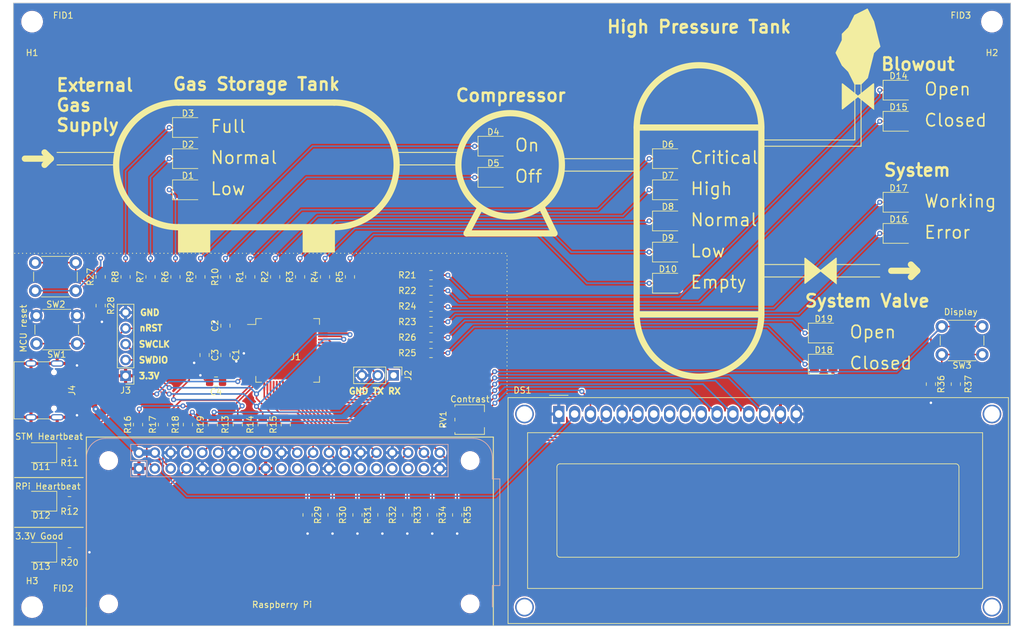
<source format=kicad_pcb>
(kicad_pcb (version 20221018) (generator pcbnew)
  (layers (0 "F.Cu" signal) (31 "B.Cu" signal) (34 "B.Paste" user) (35 "F.Paste" user) (36 "B.SilkS" user "B.Silkscreen") (37 "F.SilkS" user "F.Silkscreen") (38 "B.Mask" user) (39 "F.Mask" user) (44 "Edge.Cuts" user))
  (net 0 "")
  (net 17 "/STMnrst")
  (net 22 "Net-(D1-K)")
  (net 24 "Net-(D2-K)")
  (net 25 "Net-(D3-K)")
  (net 26 "/PD1")
  (net 27 "/PD0")
  (net 28 "Net-(D4-K)")
  (net 29 "Net-(D5-K)")
  (net 30 "Net-(D6-K)")
  (net 31 "Net-(D7-K)")
  (net 32 "+5V")
  (net 33 "Net-(D8-K)")
  (net 34 "Net-(D9-K)")
  (net 35 "Net-(D13-K)")
  (net 36 "Net-(J1-GPIO14{slash}TXD)")
  (net 38 "Net-(D10-K)")
  (net 42 "Net-(D11-K)")
  (net 45 "Net-(D12-K)")
  (net 53 "Net-(DS1-VO)")
  (net 54 "/D_rs")
  (net 55 "/D_enable")
  (net 56 "Net-(J1-SDA{slash}GPIO2)")
  (net 61 "Net-(J1-SCL{slash}GPIO3)")
  (net 62 "Net-(J1-GPIO18{slash}PWM0)")
  (net 63 "Net-(J1-GPIO24)")
  (net 64 "Net-(J1-GPIO25)")
  (net 65 "/SWDIO")
  (net 66 "/SWCLK")
  (net 67 "/I2C1_SDA")
  (net 68 "/I2C1_SCL")
  (net 69 "/USART1_TX")
  (net 70 "/USART1_RX")
  (net 71 "+3V3")
  (net 72 "GND")
  (net 73 "Net-(J1-GPIO15{slash}RXD)")
  (net 74 "Net-(D14-K)")
  (net 75 "Net-(D15-K)")
  (net 76 "Net-(D16-K)")
  (net 77 "Net-(D17-K)")
  (net 78 "Net-(D18-K)")
  (net 79 "Net-(D19-K)")
  (net 80 "/D_d4")
  (net 81 "/D_d5")
  (net 82 "/D_d6")
  (net 83 "/D_d7")
  (net 84 "/PC9")
  (net 85 "/PC8")
  (net 86 "/PA15")
  (net 87 "/PA12")
  (net 88 "/RP_heartbeat")
  (net 89 "/ST_heartbeat")
  (net 90 "Net-(R27-Pad2)")
  (net 91 "/PC10")
  (net 92 "/PB9")
  (net 93 "/PB5")
  (net 94 "/PB6")
  (net 95 "/PB4")
  (net 96 "/PB3")
  (net 97 "/PD6")
  (net 98 "/PD5")
  (net 99 "/PD4")
  (net 100 "/PD3")
  (net 101 "/PD2")
  (net 102 "/PA0")
  (net 103 "/PA1")
  (net 104 "/PA2")
  (net 105 "/PA3")
  (net 106 "/PA4")
  (net 107 "/PA5")
  (net 108 "/PA6")
  (net 110 "/PA8")
  (net 111 "Net-(R37-Pad2)")
  (net 120 "Earth_Protective")
  (footprint "LED_SMD:LED_1210_3225Metric_Pad1.42x2.65mm_HandSolder" (layer "F.Cu") (at 192.8 69.8)
    (fp_text reference "D15")
    (fp_text value "LED GREEN")
  )
  (footprint "Resistor_SMD:R_0805_2012Metric_Pad1.20x1.40mm_HandSolder" (layer "F.Cu") (at 117.8 94.5)
    (fp_text reference "R21")
    (fp_text value "330R")
  )
  (footprint "Resistor_SMD:R_0805_2012Metric_Pad1.20x1.40mm_HandSolder" (layer "F.Cu") (at 117.8 104.5)
    (fp_text reference "R26")
    (fp_text value "100R")
  )
  (footprint "Resistor_SMD:R_0805_2012Metric_Pad1.20x1.40mm_HandSolder" (layer "F.Cu") (at 104.8 94.784252 90)
    (fp_text reference "R5")
    (fp_text value "330R")
  )
  (footprint "Resistor_SMD:R_0805_2012Metric_Pad1.20x1.40mm_HandSolder" (layer "F.Cu") (at 59.8 123 180)
    (fp_text reference "R11")
    (fp_text value "100R")
  )
  (footprint "Capacitor_SMD:C_0805_2012Metric_Pad1.18x1.45mm_HandSolder" (layer "F.Cu") (at 84.82 102.624252 90)
    (fp_text reference "C2")
    (fp_text value "100nF")
  )
  (footprint "Resistor_SMD:R_0805_2012Metric_Pad1.20x1.40mm_HandSolder" (layer "F.Cu") (at 64.8 94.784252 90)
    (fp_text reference "R27")
    (fp_text value "1kR")
  )
  (footprint "Resistor_SMD:R_0805_2012Metric_Pad1.20x1.40mm_HandSolder" (layer "F.Cu") (at 72.8 94.784252 90)
    (fp_text reference "R7")
    (fp_text value "100R")
  )
  (footprint "LED_SMD:LED_1210_3225Metric_Pad1.42x2.65mm_HandSolder" (layer "F.Cu") (at 180.8 103.8)
    (fp_text reference "D19")
    (fp_text value "LED GREEN")
  )
  (footprint "Fiducial:Fiducial_1mm_Mask2mm" (layer "F.Cu") (at 202.8 54.8)
    (fp_text reference "FID3")
    (fp_text value "Fiducial")
  )
  (footprint "Resistor_SMD:R_0805_2012Metric_Pad1.20x1.40mm_HandSolder" (layer "F.Cu") (at 90.8 118.5 -90)
    (fp_text reference "R14")
    (fp_text value "0R")
  )
  (footprint "Button_Switch_THT:SW_PUSH_6mm_H5mm" (layer "F.Cu") (at 54.3 92.5)
    (fp_text reference "SW2")
    (fp_text value "SW_Push")
  )
  (footprint "LED_SMD:LED_1210_3225Metric_Pad1.42x2.65mm_HandSolder" (layer "F.Cu") (at 192.8 64.8)
    (fp_text reference "D14")
    (fp_text value "LED RED")
  )
  (footprint "Connector_PinHeader_2.54mm:PinHeader_1x05_P2.54mm_Vertical" (layer "F.Cu") (at 68.8 110.664252 180)
    (fp_text reference "J3")
    (fp_text value "Conn_01x05_Pin" hide)
  )
  (footprint "Resistor_SMD:R_0805_2012Metric_Pad1.20x1.40mm_HandSolder" (layer "F.Cu") (at 98 133 -90)
    (fp_text reference "R29")
    (fp_text value "10kR")
  )
  (footprint "Resistor_SMD:R_0805_2012Metric_Pad1.20x1.40mm_HandSolder" (layer "F.Cu") (at 64.8 99.4 -90)
    (fp_text reference "R28")
    (fp_text value "10kR")
  )
  (footprint "LED_SMD:LED_1210_3225Metric_Pad1.42x2.65mm_HandSolder" (layer "F.Cu") (at 55.2875 139 180)
    (fp_text reference "D13")
    (fp_text value "LED GREEN")
  )
  (footprint "MountingHole:MountingHole_3.2mm_M3" (layer "F.Cu") (at 53.8 53.8)
    (fp_text reference "H1")
    (fp_text value "MountingHole")
  )
  (footprint "Capacitor_SMD:C_0805_2012Metric_Pad1.18x1.45mm_HandSolder" (layer "F.Cu") (at 81.475 107.334252 -90)
    (fp_text reference "C3")
    (fp_text value "4.7μF")
  )
  (footprint "Resistor_SMD:R_0805_2012Metric_Pad1.20x1.40mm_HandSolder" (layer "F.Cu") (at 117.8 107)
    (fp_text reference "R25")
    (fp_text value "330R")
  )
  (footprint "LED_SMD:LED_1210_3225Metric_Pad1.42x2.65mm_HandSolder" (layer "F.Cu") (at 180.8 108.8)
    (fp_text reference "D18")
    (fp_text value "LED RED")
  )
  (footprint "Resistor_SMD:R_0805_2012Metric_Pad1.20x1.40mm_HandSolder" (layer "F.Cu") (at 74.8 118.5 90)
    (fp_text reference "R17")
    (fp_text value "0R")
  )
  (footprint "Potentiometer_SMD:Potentiometer_Bourns_3314J_Vertical" (layer "F.Cu") (at 124 117.7 90)
    (fp_text reference "RV1")
    (fp_text value "R_Potentiometer")
  )
  (footprint "LED_SMD:LED_1210_3225Metric_Pad1.42x2.65mm_HandSolder" (layer "F.Cu") (at 55.2875 123 180)
    (fp_text reference "D11")
    (fp_text value "LED GREEN")
  )
  (footprint "Resistor_SMD:R_0805_2012Metric_Pad1.20x1.40mm_HandSolder" (layer "F.Cu") (at 122 133 -90)
    (fp_text reference "R35")
    (fp_text value "10kR")
  )
  (footprint "Connector_PinHeader_2.54mm:PinHeader_1x03_P2.54mm_Vertical" (layer "F.Cu") (at 111.8 110.584252 -90)
    (fp_text reference "J2")
    (fp_text value "Conn_01x03_Pin")
  )
  (footprint "Capacitor_SMD:C_0805_2012Metric_Pad1.18x1.45mm_HandSolder" (layer "F.Cu") (at 83.3175 111.584252 180)
    (fp_text reference "C4")
    (fp_text value "100nF")
  )
  (footprint "Resistor_SMD:R_0805_2012Metric_Pad1.20x1.40mm_HandSolder" (layer "F.Cu") (at 96.8 94.784252 90)
    (fp_text reference "R3")
    (fp_text value "100R")
  )
  (footprint "LED_SMD:LED_1210_3225Metric_Pad1.42x2.65mm_HandSolder" (layer "F.Cu") (at 78.8 70.800001)
    (fp_text reference "D3")
    (fp_text value "LED BLUE")
  )
  (footprint "Symbol:OSHW-Logo2_7.3x6mm_Copper" (layer "F.Cu") (at 69.8 56.8)
    (fp_text reference "REF**" hide)
    (fp_text value "OSHW-Logo2_7.3x6mm_Copper" hide)
  )
  (footprint "Button_Switch_THT:SW_PUSH_6mm_H5mm" (layer "F.Cu") (at 199.75 102.75)
    (fp_text reference "SW3")
    (fp_text value "SW_Push")
  )
  (footprint "LED_SMD:LED_1210_3225Metric_Pad1.42x2.65mm_HandSolder" (layer "F.Cu") (at 155.8 75.8)
    (fp_text reference "D6")
    (fp_text value "LED RED")
  )
  (footprint "Resistor_SMD:R_0805_2012Metric_Pad1.20x1.40mm_HandSolder" (layer "F.Cu") (at 110 133 -90)
    (fp_text reference "R32")
    (fp_text value "10kR")
  )
  (footprint "MountingHole:MountingHole_3.2mm_M3" (layer "F.Cu") (at 53.8 147.8)
    (fp_text reference "H3")
    (fp_text value "MountingHole" hide)
  )
  (footprint "Resistor_SMD:R_0805_2012Metric_Pad1.20x1.40mm_HandSolder" (layer "F.Cu") (at 202 112 90)
    (fp_text reference "R37")
    (fp_text value "1kR")
  )
  (footprint "LED_SMD:LED_1210_3225Metric_Pad1.42x2.65mm_HandSolder" (layer "F.Cu") (at 192.8 82.8)
    (fp_text reference "D17")
    (fp_text value "LED GREEN")
  )
  (footprint "Resistor_SMD:R_0805_2012Metric_Pad1.20x1.40mm_HandSolder" (layer "F.Cu") (at 117.8 99.584252)
    (fp_text reference "R24")
    (fp_text value "100R")
  )
  (footprint "MountingHole:MountingHole_3.2mm_M3" (layer "F.Cu") (at 207.8 53.8)
    (fp_text reference "H2")
    (fp_text value "MountingHole")
  )
  (footprint "Resistor_SMD:R_0805_2012Metric_Pad1.20x1.40mm_HandSolder" (layer "F.Cu") (at 198 112 -90)
    (fp_text reference "R36")
    (fp_text value "10kR")
  )
  (footprint "Button_Switch_THT:SW_PUSH_6mm_H5mm" (layer "F.Cu") (at 54.5 101)
    (fp_text reference "SW1")
    (fp_text value "SW_Push")
  )
  (footprint "Resistor_SMD:R_0805_2012Metric_Pad1.20x1.40mm_HandSolder" (layer "F.Cu") (at 102 133 -90)
    (fp_text reference "R30")
    (fp_text value "10kR")
  )
  (footprint "LED_SMD:LED_1210_3225Metric_Pad1.42x2.65mm_HandSolder" (layer "F.Cu") (at 155.8 90.8)
    (fp_text reference "D9")
    (fp_text value "LED YELLOW")
  )
  (footprint "LED_SMD:LED_1210_3225Metric_Pad1.42x2.65mm_HandSolder" (layer "F.Cu") (at 192.8 87.8)
    (fp_text reference "D16")
    (fp_text value "LED RED")
  )
  (footprint "Resistor_SMD:R_0805_2012Metric_Pad1.20x1.40mm_HandSolder" (layer "F.Cu") (at 88.8 94.784252 90)
    (fp_text reference "R1")
    (fp_text value "330R")
  )
  (footprint "Package_QFP:LQFP-64_10x10mm_P0.5mm" (layer "F.Cu") (at 94.8 106.584252)
    (fp_text reference "U1" hide)
    (fp_text value "STM32G070RBTx")
  )
  (footprint "Resistor_SMD:R_0805_2012Metric_Pad1.20x1.40mm_HandSolder" (layer "F.Cu") (at 117.8 97)
    (fp_text reference "R22")
    (fp_text value "100R")
  )
  (footprint "LED_SMD:LED_1210_3225Metric_Pad1.42x2.65mm_HandSolder" (layer "F.Cu") (at 155.8 80.8)
    (fp_text reference "D7")
    (fp_text value "LED YELLOW")
  )
  (footprint "LED_SMD:LED_1210_3225Metric_Pad1.42x2.65mm_HandSolder" (layer "F.Cu") (at 55.3 130.8 180)
    (fp_text reference "D12")
    (fp_text value "LED GREEN")
  )
  (footprint "Resistor_SMD:R_0805_2012Metric_Pad1.20x1.40mm_HandSolder" (layer "F.Cu") (at 70.8 118.5 90)
    (fp_text reference "R16")
    (fp_text value "0R")
  )
  (footprint "Display:WC1602A" (layer "F.Cu") (at 138.30052 116.7993)
    (fp_text reference "DS1")
    (fp_text value "WC1602A/HD44780")
  )
  (footprint "LED_SMD:LED_1210_3225Metric_Pad1.42x2.65mm_HandSolder" (layer "F.Cu") (at 155.8 95.8)
    (fp_text reference "D10")
    (fp_text value "LED BLUE")
  )
  (footprint "Resistor_SMD:R_0805_2012Metric_Pad1.20x1.40mm_HandSolder" (layer "F.Cu") (at 114 133 -90)
    (fp_text reference "R33")
    (fp_text value "10kR")
  )
  (footprint "Fiducial:Fiducial_1mm_Mask2mm" (layer "F.Cu") (at 58.8 54.8)
    (fp_text reference "FID1")
    (fp_text value "Fiducial")
  )
  (footprint "Resistor_SMD:R_0805_2012Metric_Pad1.20x1.40mm_HandSolder" (layer "F.Cu") (at 118 133 -90)
    (fp_text reference "R34")
    (fp_text value "10kR")
  )
  (footprint "Capacitor_SMD:C_0805_2012Metric_Pad1.18x1.45mm_HandSolder" (layer "F.Cu") (at 84.82 107.334252 -90)
    (fp_text reference "C1")
    (fp_text value "100nF")
  )
  (footprint "Resistor_SMD:R_0805_2012Metric_Pad1.20x1.40mm_HandSolder" (layer "F.Cu") (at 80.8 94.784252 90)
    (fp_text reference "R9")
    (fp_text value "100R")
  )
  (footprint "Resistor_SMD:R_0805_2012Metric_Pad1.20x1.40mm_HandSolder" (layer "F.Cu") (at 84.8 94.784252 90)
    (fp_text reference "R10")
    (fp_text value "330R")
  )
  (footprint "LED_SMD:LED_1210_3225Metric_Pad1.42x2.65mm_HandSolder" (layer "F.Cu") (at 155.8 85.8)
    (fp_text reference "D8")
    (fp_text value "LED GREEN")
  )
  (footprint "Resistor_SMD:R_0805_2012Metric_Pad1.20x1.40mm_HandSolder" (layer "F.Cu") (at 68.8 94.784252 90)
    (fp_text reference "R8")
    (fp_text value "330R")
  )
  (footprint "Resistor_SMD:R_0805_2012Metric_Pad1.20x1.40mm_HandSolder" (layer "F.Cu") (at 106 133 -90)
    (fp_text reference "R31")
    (fp_text value "10kR")
  )
  (footprint "LED_SMD:LED_1210_3225Metric_Pad1.42x2.65mm_HandSolder" (layer "F.Cu") (at 127.8 73.800001)
    (fp_text reference "D4")
    (fp_text value "LED GREEN")
  )
  (footprint "Resistor_SMD:R_0805_2012Metric_Pad1.20x1.40mm_HandSolder" (layer "F.Cu") (at 82.8 118.5 -90)
    (fp_text reference "R19")
    (fp_text value "0R")
  )
  (footprint "Resistor_SMD:R_0805_2012Metric_Pad1.20x1.40mm_HandSolder" (layer "F.Cu") (at 78.8 118.5 -90)
    (fp_text reference "R18")
    (fp_text value "0R")
  )
  (footprint "Resistor_SMD:R_0805_2012Metric_Pad1.20x1.40mm_HandSolder" (layer "F.Cu") (at 94.5 118.5 -90)
    (fp_text reference "R15")
    (fp_text value "0R")
  )
  (footprint "Resistor_SMD:R_0805_2012Metric_Pad1.20x1.40mm_HandSolder" (layer "F.Cu") (at 117.8 102)
    (fp_text reference "R23")
    (fp_text value "330R")
  )
  (footprint "Connector_USB:USB_C_Receptacle_G-Switch_GT-USB-7010ASV" (layer "F.Cu") (at 54.7 113 -90)
    (fp_text reference "J4")
    (fp_text value "USB_C_Receptacle_USB2.0")
  )
  (footprint "Resistor_SMD:R_0805_2012Metric_Pad1.20x1.40mm_HandSolder" (layer "F.Cu") (at 59.8 130.8 180)
    (fp_text reference "R12")
    (fp_text value "100R")
  )
  (footprint "Resistor_SMD:R_0805_2012Metric_Pad1.20x1.40mm_HandSolder" (layer "F.Cu") (at 100.8 94.784252 90)
    (fp_text reference "R4")
    (fp_text value "330R")
  )
  (footprint "Resistor_SMD:R_0805_2012Metric_Pad1.20x1.40mm_HandSolder" (layer "F.Cu") (at 92.8 94.784252 90)
    (fp_text reference "R2")
    (fp_text value "330R")
  )
  (footprint "LED_SMD:LED_1210_3225Metric_Pad1.42x2.65mm_HandSolder" (layer "F.Cu") (at 127.8 78.800001)
    (fp_text reference "D5")
    (fp_text value "LED RED")
  )
  (footprint "Resistor_SMD:R_0805_2012Metric_Pad1.20x1.40mm_HandSolder" (layer "F.Cu") (at 59.8 139 180)
    (fp_text reference "R20")
    (fp_text value "100R")
  )
  (footprint "LED_SMD:LED_1210_3225Metric_Pad1.42x2.65mm_HandSolder" (layer "F.Cu") (at 78.8 75.800001)
    (fp_text reference "D2")
    (fp_text value "LED GREEN")
  )
  (footprint "Resistor_SMD:R_0805_2012Metric_Pad1.20x1.40mm_HandSolder" (layer "F.Cu") (at 76.8 94.784252 90)
    (fp_text reference "R6")
    (fp_text value "330R")
  )
  (footprint "LED_SMD:LED_1210_3225Metric_Pad1.42x2.65mm_HandSolder" (layer "F.Cu") (at 78.8 80.800001)
    (fp_text reference "D1")
    (fp_text value "LED RED")
  )
  (footprint "Fiducial:Fiducial_1mm_Mask2mm" (layer "F.Cu") (at 58.8 146.8)
    (fp_text reference "FID2")
    (fp_text value "Fiducial")
  )
  (footprint "Resistor_SMD:R_0805_2012Metric_Pad1.20x1.40mm_HandSolder" (layer "F.Cu") (at 86.8 118.5 -90)
    (fp_text reference "R13")
    (fp_text value "0R")
  )
  (footprint "Module:Raspberry_Pi_Zero_Socketed_THT_FaceDown_MountingHoles" (layer "F.Cu") (at 70.95 125.55 -90)
    (fp_text reference "J1")
    (fp_text value "Raspberry_Pi_2_3")
  )
  (gr_arc (start 102.287301 66.8) (mid 112.287301 76.800001) (end 102.2873 86.8) (stroke (width 1)) (layer "F.SilkS"))
  (gr_line (start 51 91) (end 130 91) (stroke (width 0.15) (type dot)) (layer "F.SilkS"))
  (gr_line (start 56.8 75.800001) (end 55.8 76.800001) (stroke (width 1)) (layer "F.SilkS"))
  (gr_arc (start 77.287301 86.800001) (mid 67.2873 76.800002) (end 77.2873 66.800001) (stroke (width 1)) (layer "F.SilkS"))
  (gr_line (start 62.5 150.7) (end 62.5 120.5) (stroke (width 0.15)) (layer "F.SilkS"))
  (gr_line (start 186.8 65.8) (end 186.8 73.8) (stroke (width 0.15)) (layer "F.SilkS"))
  (gr_line (start 130 113.5) (end 130 91) (stroke (width 0.15) (type dot)) (layer "F.SilkS"))
  (gr_line (start 182.8 94.8) (end 189.8 94.8) (stroke (width 0.15)) (layer "F.SilkS"))
  (gr_line (start 170.9875 73.8) (end 186.8 73.8) (stroke (width 0.15)) (layer "F.SilkS"))
  (gr_circle (center 130.493376 76.800001) (end 138.555634 74.800001) (stroke (width 1)) (fill none) (layer "F.SilkS"))
  (gr_line (start 185.8 62.8) (end 185.8 65.3) (stroke (width 0.15)) (layer "F.SilkS"))
  (gr_line (start 52.64375 75.800001) (end 56.8 75.800001) (stroke (width 1)) (layer "F.SilkS"))
  (gr_line (start 170.800002 70.800001) (end 150.8 70.800001) (stroke (width 1)) (layer "F.SilkS"))
  (gr_poly (pts (xy 185.8 63.8) (xy 184.8 61.8) (xy 183.8 60.8) (xy 182.8 58.8) (xy 183.8 56.8) (xy 183.8 55.8) (xy 184.8 54.8) (xy 185.8 52.8) (xy 187.8 51.8) (xy 188.8 53.8) (xy 189.8 57.8) (xy 188.8 58.8) (xy 187.8 62.8) (xy 186.8 63.8)) (stroke (width 0.2)) (fill solid) (layer "F.SilkS"))
  (gr_line (start 195.8 93.8) (end 194.8 94.8) (stroke (width 1)) (layer "F.SilkS"))
  (gr_line (start 191.64375 93.8) (end 195.8 93.8) (stroke (width 1)) (layer "F.SilkS"))
  (gr_poly (pts (xy 183.8 63.8) (xy 188.8 67.8) (xy 188.8 63.8) (xy 183.8 67.8)) (stroke (width 0.2)) (fill solid) (layer "F.SilkS"))
  (gr_line (start 170.8 100.799999) (end 150.799998 100.799999) (stroke (width 1)) (layer "F.SilkS"))
  (gr_line (start 194.8 92.8) (end 195.8 93.8) (stroke (width 1)) (layer "F.SilkS"))
  (gr_line (start 111.8 74.800001) (end 122.8 74.800001) (stroke (width 0.15)) (layer "F.SilkS"))
  (gr_line (start 170.4875 92.8) (end 178.8 92.8) (stroke (width 0.15)) (layer "F.SilkS"))
  (gr_line (start 112.162301 76.800001) (end 122.186752 76.800001) (stroke (width 0.15)) (layer "F.SilkS"))
  (gr_arc (start 170.8 100.799999) (mid 160.8 110.8) (end 150.8 100.8) (stroke (width 1)) (layer "F.SilkS"))
  (gr_line (start 51 135) (end 62 135) (stroke (width 0.15)) (layer "F.SilkS"))
  (gr_line (start 57.8 76.800001) (end 67.412301 76.800001) (stroke (width 0.15)) (layer "F.SilkS"))
  (gr_line (start 55.8 74.800001) (end 56.8 75.800001) (stroke (width 1)) (layer "F.SilkS"))
  (gr_line (start 123.506524 87.8) (end 137.6125 87.8) (stroke (width 1)) (layer "F.SilkS"))
  (gr_line (start 77.287301 86.8) (end 102.2873 86.799999) (stroke (width 1)) (layer "F.SilkS"))
  (gr_arc (start 150.8 70.800001) (mid 160.800001 60.8) (end 170.800002 70.800001) (stroke (width 1)) (layer "F.SilkS"))
  (gr_line (start 62.5 120.5) (end 127.8 120.5) (stroke (width 0.15)) (layer "F.SilkS"))
  (gr_line (start 127.8 120.5) (end 127.8 150.7) (stroke (width 0.15)) (layer "F.SilkS"))
  (gr_rect (start 77.2873 86.8) (end 82.3127 90.8) (stroke (width 0.15)) (fill solid) (layer "F.SilkS"))
  (gr_line (start 170.800655 100.8) (end 170.799345 70.8) (stroke (width 1)) (layer "F.SilkS"))
  (gr_line (start 137.6125 87.8) (end 135.665488 83.8) (stroke (width 1)) (layer "F.SilkS"))
  (gr_line (start 51 127) (end 62 127) (stroke (width 0.15)) (layer "F.SilkS"))
  (gr_line (start 138.8 75.8) (end 150.8 75.8) (stroke (width 0.15)) (layer "F.SilkS"))
  (gr_line (start 170.4875 94.8) (end 178.8 94.8) (stroke (width 0.15)) (layer "F.SilkS"))
  (gr_line (start 185.8 65.8) (end 185.8 72.8) (stroke (width 0.15)) (layer "F.SilkS"))
  (gr_line (start 102.287301 66.8) (end 77.2873 66.800001) (stroke (width 1)) (layer "F.SilkS"))
  (gr_line (start 182.8 92.8) (end 189.8 92.8) (stroke (width 0.15)) (layer "F.SilkS"))
  (gr_line (start 138.8 77.8) (end 150.6125 77.8) (stroke (width 0.15)) (layer "F.SilkS"))
  (gr_line (start 123.506524 87.8) (end 125.6125 83.8) (stroke (width 1)) (layer "F.SilkS"))
  (gr_poly (pts (xy 177.8 91.8) (xy 182.8 95.8) (xy 182.8 91.8) (xy 177.8 95.8)) (stroke (width 0.2)) (fill solid) (layer "F.SilkS"))
  (gr_line (start 186.8 65.8) (end 186.8 62.8) (stroke (width 0.15)) (layer "F.SilkS"))
  (gr_rect (start 97.2873 86.8) (end 102.3127 90.8) (stroke (width 0.15)) (fill solid) (layer "F.SilkS"))
  (gr_line (start 150.800655 100.8) (end 150.799345 70.8) (stroke (width 1)) (layer "F.SilkS"))
  (gr_line (start 57.8 74.800001) (end 67.599801 74.800001) (stroke (width 0.15)) (layer "F.SilkS"))
  (gr_line (start 171.175 72.8) (end 185.8 72.8) (stroke (width 0.15)) (layer "F.SilkS"))
  (gr_line (start 210.8 50.8) (end 210.8 150.8) (stroke (width 0.1)) (layer "Edge.Cuts"))
  (gr_line (start 50.8 50.8) (end 210.8 50.8) (stroke (width 0.1)) (layer "Edge.Cuts"))
  (gr_line (start 210.8 150.8) (end 50.8 150.8) (stroke (width 0.1)) (layer "Edge.Cuts"))
  (gr_line (start 50.8 150.8) (end 50.8 50.8) (stroke (width 0.1)) (layer "Edge.Cuts"))
  (gr_text "CybICS v0.2" (at 76.8 59.8) (layer "F.Cu") (effects (font (size 5 5) (thickness 1) bold) (justify left bottom)))
  (gr_text "Open" (at 196.8 65.8) (layer "F.SilkS") (effects (font (size 2 2) (thickness 0.25)) (justify left bottom)))
  (gr_text "3.3V" (at 70.8 111.260252) (layer "F.SilkS") (effects (font (size 1 1) (thickness 0.25)) (justify left bottom)))
  (gr_text "MCU reset" (at 53 107 90) (layer "F.SilkS") (effects (font (size 1 1)) (justify left bottom)))
  (gr_text "Normal" (at 82.2873 76.800001) (layer "F.SilkS") (effects (font (size 2 2) (thickness 0.25)) (justify left bottom)))
  (gr_text "External \nGas\nSupply" (at 57.5 71.6) (layer "F.SilkS") (effects (font (size 2 2) (thickness 0.4) bold) (justify left bottom)))
  (gr_text "RPi Heartbeat" (at 51 129) (layer "F.SilkS") (effects (font (size 1 1)) (justify left bottom)))
  (gr_text "Open" (at 184.8 104.8) (layer "F.SilkS") (effects (font (size 2 2) (thickness 0.25)) (justify left bottom)))
  (gr_text "nRST" (at 70.898 103.584252) (layer "F.SilkS") (effects (font (size 1 1) (thickness 0.25)) (justify left bottom)))
  (gr_text "Closed" (at 184.8 109.8) (layer "F.SilkS") (effects (font (size 2 2) (thickness 0.25)) (justify left bottom)))
  (gr_text "STM Heartbeat" (at 51 121) (layer "F.SilkS") (effects (font (size 1 1)) (justify left bottom)))
  (gr_text "3.3V Good" (at 51 137) (layer "F.SilkS") (effects (font (size 1 1)) (justify left bottom)))
  (gr_text "SWDIO" (at 70.8 108.720252) (layer "F.SilkS") (effects (font (size 1 1) (thickness 0.25)) (justify left bottom)))
  (gr_text "Low" (at 159.2875 91.8) (layer "F.SilkS") (effects (font (size 2 2) (thickness 0.25)) (justify left bottom)))
  (gr_text "Working" (at 196.8 83.8) (layer "F.SilkS") (effects (font (size 2 2) (thickness 0.25)) (justify left bottom)))
  (gr_text "High Pressure Tank" (at 160.8 55.8) (layer "F.SilkS") (effects (font (size 2 2) (thickness 0.4) bold) (justify bottom)))
  (gr_text "Raspberry Pi" (at 89 148) (layer "F.SilkS") (effects (font (size 1 1)) (justify left bottom)))
  (gr_text "Low\n" (at 82.2873 81.800001) (layer "F.SilkS") (effects (font (size 2 2) (thickness 0.25)) (justify left bottom)))
  (gr_text "Critical" (at 159.2875 76.8) (layer "F.SilkS") (effects (font (size 2 2) (thickness 0.25)) (justify left bottom)))
  (gr_text "Gas Storage Tank" (at 89.787301 65) (layer "F.SilkS") (effects (font (size 2 2) (thickness 0.4) bold) (justify bottom)))
  (gr_text "Closed" (at 196.8 70.8) (layer "F.SilkS") (effects (font (size 2 2) (thickness 0.25)) (justify left bottom)))
  (gr_text "Display" (at 200 101) (layer "F.SilkS") (effects (font (size 1 1)) (justify left bottom)))
  (gr_text "SWCLK" (at 70.8 106.180252) (layer "F.SilkS") (effects (font (size 1 1) (thickness 0.25)) (justify left bottom)))
  (gr_text "Contrast" (at 120.8 115) (layer "F.SilkS") (effects (font (size 1 1)) (justify left bottom)))
  (gr_text "Compressor" (at 130.599801 66.800001) (layer "F.SilkS") (effects (font (size 2 2) (thickness 0.4) bold) (justify bottom)))
  (gr_text "System Valve" (at 187.8 99.8) (layer "F.SilkS") (effects (font (size 2 2) (thickness 0.4) bold) (justify bottom)))
  (gr_text "High" (at 159.2875 81.8) (layer "F.SilkS") (effects (font (size 2 2) (thickness 0.25)) (justify left bottom)))
  (gr_text "Full" (at 82.2873 71.800001) (layer "F.SilkS") (effects (font (size 2 2) (thickness 0.25)) (justify left bottom)))
  (gr_text "Blowout" (at 189.8 61.8) (layer "F.SilkS") (effects (font (size 2 2) (thickness 0.4) bold) (justify left bottom)))
  (gr_text "GND TX RX \n" (at 109.165025 113.717245) (layer "F.SilkS") (effects (font (size 1 1) (thickness 0.25)) (justify bottom)))
  (gr_text "Empty" (at 159.2875 96.8) (layer "F.SilkS") (effects (font (size 2 2) (thickness 0.25)) (justify left bottom)))
  (gr_text "Off" (at 131.099801 79.800001) (layer "F.SilkS") (effects (font (size 2 2) (thickness 0.25)) (justify left bottom)))
  (gr_text "On\n" (at 131.099801 74.800001) (layer "F.SilkS") (effects (font (size 2 2) (thickness 0.25)) (justify left bottom)))
  (gr_text "Error" (at 196.8 88.8) (layer "F.SilkS") (effects (font (size 2 2) (thickness 0.25)) (justify left bottom)))
  (gr_text "Normal" (at 159.2875 86.8) (layer "F.SilkS") (effects (font (size 2 2) (thickness 0.25)) (justify left bottom)))
  (gr_text "GND" (at 71 101.1) (layer "F.SilkS") (effects (font (size 1 1) (thickness 0.25)) (justify left bottom)))
  (gr_text "System" (at 195.8 78.8) (layer "F.SilkS") (effects (font (size 2 2) (thickness 0.4) bold) (justify bottom)))
  (segment (start 72.26 103.044252) (end 68.8 103.044252) (width 0.25) (layer "F.Cu") (net 17))
  (segment (start 84.355 111.584252) (end 87.605 108.334252) (width 0.25) (layer "F.Cu") (net 17))
  (segment (start 66.344252 105.5) (end 54.5 105.5) (width 0.25) (layer "F.Cu") (net 17))
  (segment (start 86.8 116.2) (end 87.5 115.5) (width 0.25) (layer "F.Cu") (net 17))
  (segment (start 76.5 113.858947) (end 79 111.358947) (width 0.25) (layer "F.Cu") (net 17))
  (segment (start 87.605 108.334252) (end 89.125 108.334252) (width 0.25) (layer "F.Cu") (net 17))
  (segment (start 84.355 111.584252) (end 82.355 109.584252) (width 0.25) (layer "F.Cu") (net 17))
  (segment (start 76.5 114.5) (end 76.5 113.858947) (width 0.25) (layer "F.Cu") (net 17))
  (segment (start 86.8 117.5) (end 86.8 116.2) (width 0.25) (layer "F.Cu") (net 17))
  (segment (start 84.075 111.864252) (end 84.355 111.584252) (width 0.25) (layer "F.Cu") (net 17))
  (segment (start 68.8 103.044252) (end 66.344252 105.5) (width 0.25) (layer "F.Cu") (net 17))
  (segment (start 78.8 109.584252) (end 72.26 103.044252) (width 0.25) (layer "F.Cu") (net 17))
  (segment (start 82.355 109.584252) (end 79 109.584252) (width 0.25) (layer "F.Cu") (net 17))
  (segment (start 79 111.358947) (end 79 109.584252) (width 0.25) (layer "F.Cu") (net 17))
  (segment (start 79 109.584252) (end 78.8 109.584252) (width 0.25) (layer "F.Cu") (net 17))
  (via (at 76.5 114.5) (size 0.8) (drill 0.4) (layers "F.Cu" "B.Cu") (net 17))
  (via (at 87.5 115.5) (size 0.8) (drill 0.4) (layers "F.Cu" "B.Cu") (net 17))
  (segment (start 87.5 115.5) (end 86.5 114.5) (width 0.25) (layer "B.Cu") (net 17))
  (segment (start 86.5 114.5) (end 76.5 114.5) (width 0.25) (layer "B.Cu") (net 17))
  (segment (start 77.3125 80.800001) (end 75.8 80.800001) (width 0.25) (layer "F.Cu") (net 22))
  (segment (start 76.8 93.784252) (end 76.8 91.784252) (width 0.25) (layer "F.Cu") (net 22))
  (via (at 75.8 80.800001) (size 0.8) (drill 0.4) (layers "F.Cu" "B.Cu") (net 22))
  (via (at 76.8 91.784252) (size 0.8) (drill 0.4) (layers "F.Cu" "B.Cu") (net 22))
  (segment (start 76.8 91.8) (end 76.8 81.800001) (width 0.25) (layer "B.Cu") (net 22))
  (segment (start 76.8 81.800001) (end 75.8 80.800001) (width 0.25) (layer "B.Cu") (net 22))
  (segment (start 77.3125 75.800001) (end 75.8 75.800001) (width 0.25) (layer "F.Cu") (net 24))
  (segment (start 72.8 93.784252) (end 72.8 91.784252) (width 0.25) (layer "F.Cu") (net 24))
  (via (at 72.8 91.784252) (size 0.8) (drill 0.4) (layers "F.Cu" "B.Cu") (net 24))
  (via (at 75.8 75.800001) (size 0.8) (drill 0.4) (layers "F.Cu" "B.Cu") (net 24))
  (segment (start 72.8 91.8) (end 72.8 78.800001) (width 0.25) (layer "B.Cu") (net 24))
  (segment (start 72.8 78.800001) (end 75.8 75.800001) (width 0.25) (layer "B.Cu") (net 24))
  (segment (start 77.3125 70.800001) (end 75.8 70.800001) (width 0.25) (layer "F.Cu") (net 25))
  (segment (start 68.8 93.784252) (end 68.8 91.784252) (width 0.25) (layer "F.Cu") (net 25))
  (via (at 68.8 91.784252) (size 0.8) (drill 0.4) (layers "F.Cu" "B.Cu") (net 25))
  (via (at 75.8 70.800001) (size 0.8) (drill 0.4) (layers "F.Cu" "B.Cu") (net 25))
  (segment (start 68.8 77.800001) (end 68.8 91.8) (width 0.25) (layer "B.Cu") (net 25))
  (segment (start 75.8 70.800001) (end 68.8 77.800001) (width 0.25) (layer "B.Cu") (net 25))
  (segment (start 97.55 100.909252) (end 97.55 98.95) (width 0.25) (layer "F.Cu") (net 26))
  (segment (start 97.55 98.95) (end 99 97.5) (width 0.25) (layer "F.Cu") (net 26))
  (segment (start 116.5 94.5) (end 116.8 94.5) (width 0.25) (layer "F.Cu") (net 26))
  (segment (start 113.5 97.5) (end 116.5 94.5) (width 0.25) (layer "F.Cu") (net 26))
  (segment (start 99 97.5) (end 113.5 97.5) (width 0.25) (layer "F.Cu") (net 26))
  (segment (start 99.186396 97.95) (end 114.434252 97.95) (width 0.25) (layer "F.Cu") (net 27))
  (segment (start 98.05 99.086396) (end 99.186396 97.95) (width 0.25) (layer "F.Cu") (net 27))
  (segment (start 114.434252 97.95) (end 115.384252 97) (width 0.25) (layer "F.Cu") (net 27))
  (segment (start 98.05 100.909252) (end 98.05 99.086396) (width 0.25) (layer "F.Cu") (net 27))
  (segment (start 115.384252 97) (end 116.8 97) (width 0.25) (layer "F.Cu") (net 27))
  (segment (start 80.8 93.404352) (end 80.8 93.784252) (width 0.25) (layer "F.Cu") (net 28))
  (segment (start 80.8 93.784252) (end 80.8 91.784252) (width 0.25) (layer "F.Cu") (net 28))
  (segment (start 126.3125 73.800001) (end 124.8 73.800001) (width 0.25) (layer "F.Cu") (net 28))
  (via (at 80.8 91.784252) (size 0.8) (drill 0.4) (layers "F.Cu" "B.Cu") (net 28))
  (via (at 124.8 73.800001) (size 0.8) (drill 0.4) (layers "F.Cu" "B.Cu") (net 28))
  (segment (start 80.8 91.8) (end 98.799999 73.800001) (width 0.25) (layer "B.Cu") (net 28))
  (segment (start 98.799999 73.800001) (end 124.8 73.800001) (width 0.25) (layer "B.Cu") (net 28))
  (segment (start 125.8 78.800001) (end 124.8 78.800001) (width 0.25) (layer "F.Cu") (net 29))
  (segment (start 126.3125 78.800001) (end 125.8 78.800001) (width 0.25) (layer "F.Cu") (net 29))
  (segment (start 84.8 93.784252) (end 84.8 91.784252) (width 0.25) (layer "F.Cu") (net 29))
  (via (at 124.8 78.800001) (size 0.8) (drill 0.4) (layers "F.Cu" "B.Cu") (net 29))
  (via (at 84.8 91.784252) (size 0.8) (drill 0.4) (layers "F.Cu" "B.Cu") (net 29))
  (segment (start 97.799999 78.800001) (end 124.8 78.800001) (width 0.25) (layer "B.Cu") (net 29))
  (segment (start 84.8 91.8) (end 97.799999 78.800001) (width 0.25) (layer "B.Cu") (net 29))
  (segment (start 154.3125 75.8) (end 152.8 75.8) (width 0.25) (layer "F.Cu") (net 30))
  (segment (start 88.8 93.784252) (end 88.8 91.784252) (width 0.25) (layer "F.Cu") (net 30))
  (via (at 88.8 91.784252) (size 0.8) (drill 0.4) (layers "F.Cu" "B.Cu") (net 30))
  (via (at 152.8 75.8) (size 0.8) (drill 0.4) (layers "F.Cu" "B.Cu") (net 30))
  (segment (start 144.6 84) (end 97 84) (width 0.25) (layer "B.Cu") (net 30))
  (segment (start 152.8 75.8) (end 144.6 84) (width 0.25) (layer "B.Cu") (net 30))
  (segment (start 97 84) (end 89.215748 91.784252) (width 0.25) (layer "B.Cu") (net 30))
  (segment (start 89.215748 91.784252) (end 88.8 91.784252) (width 0.25) (layer "B.Cu") (net 30))
  (segment (start 154.3125 80.8) (end 154.3125 81.775) (width 0.25) (layer "F.Cu") (net 31))
  (segment (start 154.3125 80.8) (end 152.8 80.8) (width 0.25) (layer "F.Cu") (net 31))
  (segment (start 92.8 93.784252) (end 92.8 91.784252) (width 0.25) (layer "F.Cu") (net 31))
  (via (at 92.8 91.784252) (size 0.8) (drill 0.4) (layers "F.Cu" "B.Cu") (net 31))
  (via (at 152.8 80.8) (size 0.8) (drill 0.4) (layers "F.Cu" "B.Cu") (net 31))
  (segment (start 99.584252 85) (end 92.8 91.784252) (width 0.25) (layer "B.Cu") (net 31))
  (segment (start 148.6 85) (end 99.584252 85) (width 0.25) (layer "B.Cu") (net 31))
  (segment (start 152.8 80.8) (end 148.6 85) (width 0.25) (layer "B.Cu") (net 31))
  (segment (start 63.4 115.4) (end 58.725 115.4) (width 0.5) (layer "F.Cu") (net 32))
  (segment (start 64 115.005) (end 59.595 110.6) (width 0.5) (layer "F.Cu") (net 32))
  (segment (start 59.595 110.6) (end 58.725 110.6) (width 0.5) (layer "F.Cu") (net 32))
  (segment (start 64 116) (end 63.4 115.4) (width 0.5) (layer "F.Cu") (net 32))
  (segment (start 64 116) (end 64 115.005) (width 0.5) (layer "F.Cu") (net 32))
  (via (at 64 116) (size 1) (drill 0.4) (layers "F.Cu" "B.Cu") (net 32))
  (segment (start 64 116.06) (end 70.945 123.005) (width 1) (layer "B.Cu") (net 32))
  (segment (start 64 116) (end 64 116.06) (width 0.25) (layer "B.Cu") (net 32))
  (segment (start 74.74 126.111701) (end 74.74 124.26) (width 0.25) (layer "B.Cu") (net 32))
  (segment (start 128.03982 130) (end 78.628299 130) (width 0.25) (layer "B.Cu") (net 32))
  (segment (start 140.84052 117.1993) (end 128.03982 130) (width 0.25) (layer "B.Cu") (net 32))
  (segment (start 74.74 124.26) (end 73.485 123.005) (width 0.25) (layer "B.Cu") (net 32))
  (segment (start 73.485 123.005) (end 70.945 123.005) (width 1) (layer "B.Cu") (net 32))
  (segment (start 78.628299 130) (end 74.74 126.111701) (width 0.25) (layer "B.Cu") (net 32))
  (segment (start 140.84052 116.7993) (end 140.84052 117.1993) (width 0.25) (layer "B.Cu") (net 32))
  (segment (start 154.3125 85.8) (end 152.8 85.8) (width 0.25) (layer "F.Cu") (net 33))
  (segment (start 154.3125 85.8) (end 154.2875 85.8) (width 0.25) (layer "F.Cu") (net 33))
  (segment (start 96.8 93.784252) (end 96.8 91.784252) (width 0.25) (layer "F.Cu") (net 33))
  (via (at 152.8 85.8) (size 0.8) (drill 0.4) (layers "F.Cu" "B.Cu") (net 33))
  (via (at 96.8 91.784252) (size 0.8) (drill 0.4) (layers "F.Cu" "B.Cu") (net 33))
  (segment (start 152.8 85.8) (end 152.6 86) (width 0.25) (layer "B.Cu") (net 33))
  (segment (start 102.584252 86) (end 96.8 91.784252) (width 0.25) (layer "B.Cu") (net 33))
  (segment (start 152.6 86) (end 102.584252 86) (width 0.25) (layer "B.Cu") (net 33))
  (segment (start 100.8 93.784252) (end 100.8 91.784252) (width 0.25) (layer "F.Cu") (net 34))
  (segment (start 154.3125 90.8) (end 152.8 90.8) (width 0.25) (layer "F.Cu") (net 34))
  (via (at 152.8 90.8) (size 0.8) (drill 0.4) (layers "F.Cu" "B.Cu") (net 34))
  (via (at 100.8 91.784252) (size 0.8) (drill 0.4) (layers "F.Cu" "B.Cu") (net 34))
  (segment (start 105.584252 87) (end 100.8 91.784252) (width 0.25) (layer "B.Cu") (net 34))
  (segment (start 140.3 90.8) (end 136.5 87) (width 0.25) (layer "B.Cu") (net 34))
  (segment (start 152.8 90.8) (end 140.3 90.8) (width 0.25) (layer "B.Cu") (net 34))
  (segment (start 136.5 87) (end 105.584252 87) (width 0.25) (layer "B.Cu") (net 34))
  (segment (start 56.775 139) (end 58.8 139) (width 0.25) (layer "F.Cu") (net 35))
  (segment (start 78.8 122.77) (end 78.565 123.005) (width 0.25) (layer "F.Cu") (net 36))
  (segment (start 78.8 119.5) (end 78.8 122.77) (width 0.25) (layer "F.Cu") (net 36))
  (segment (start 154.3125 95.8) (end 152.8 95.8) (width 0.25) (layer "F.Cu") (net 38))
  (segment (start 104.8 93.784252) (end 104.8 91.784252) (width 0.25) (layer "F.Cu") (net 38))
  (via (at 104.8 91.784252) (size 0.8) (drill 0.4) (layers "F.Cu" "B.Cu") (net 38))
  (via (at 152.8 95.8) (size 0.8) (drill 0.4) (layers "F.Cu" "B.Cu") (net 38))
  (segment (start 135 88) (end 108.584252 88) (width 0.25) (layer "B.Cu") (net 38))
  (segment (start 108.584252 88) (end 104.8 91.784252) (width 0.25) (layer "B.Cu") (net 38))
  (segment (start 152.8 95.8) (end 142.8 95.8) (width 0.25) (layer "B.Cu") (net 38))
  (segment (start 142.8 95.8) (end 135 88) (width 0.25) (layer "B.Cu") (net 38))
  (segment (start 58.8 123) (end 56.775 123) (width 0.25) (layer "F.Cu") (net 42))
  (segment (start 58.8 130.8) (end 56.7875 130.8) (width 0.25) (layer "F.Cu") (net 45))
  (segment (start 128.049196 115.049903) (end 128.049196 115.049196) (width 0.25) (layer "F.Cu") (net 53))
  (segment (start 126 117) (end 126.099099 117) (width 0.25) (layer "F.Cu") (net 53))
  (segment (start 143.38052 114.55502) (end 142 113.1745) (width 0.25) (layer "F.Cu") (net 53))
  (segment (start 143.38052 116.7993) (end 143.38052 114.55502) (width 0.25) (layer "F.Cu") (net 53))
  (segment (start 126.099099 117) (end 128.049196 115.049903) (width 0.25) (layer "F.Cu") (net 53))
  (via (at 128.049196 115.049196) (size 0.8) (drill 0.4) (layers "F.Cu" "B.Cu") (net 53))
  (via (at 142 113.1745) (size 0.8) (drill 0.4) (layers "F.Cu" "B.Cu") (net 53))
  (segment (start 130.098392 113) (end 142 113) (width 0.25) (layer "B.Cu") (net 53))
  (segment (start 128.049196 115.049196) (end 130.098392 113) (width 0.25) (layer "B.Cu") (net 53))
  (segment (start 102.518376 117.7) (end 98.05 113.231624) (width 0.25) (layer "F.Cu") (net 54))
  (segment (start 142.56982 120.55) (end 119.186396 120.55) (width 0.25) (layer "F.Cu") (net 54))
  (segment (start 98.05 113.231624) (end 98.05 112.259252) (width 0.25) (layer "F.Cu") (net 54))
  (segment (start 145.92052 116.7993) (end 145.92052 117.1993) (width 0.25) (layer "F.Cu") (net 54))
  (segment (start 119.186396 120.55) (end 116.336396 117.7) (width 0.25) (layer "F.Cu") (net 54))
  (segment (start 145.92052 117.1993) (end 142.56982 120.55) (width 0.25) (layer "F.Cu") (net 54))
  (segment (start 116.336396 117.7) (end 102.518376 117.7) (width 0.25) (layer "F.Cu") (net 54))
  (segment (start 151.00052 116.7993) (end 146.79982 121) (width 0.25) (layer "F.Cu") (net 55))
  (segment (start 119 121) (end 116.15 118.15) (width 0.25) (layer "F.Cu") (net 55))
  (segment (start 146.79982 121) (end 119 121) (width 0.25) (layer "F.Cu") (net 55))
  (segment (start 102.33198 118.15) (end 97.55 113.36802) (width 0.25) (layer "F.Cu") (net 55))
  (segment (start 97.55 113.36802) (end 97.55 112.259252) (width 0.25) (layer "F.Cu") (net 55))
  (segment (start 116.15 118.15) (end 102.33198 118.15) (width 0.25) (layer "F.Cu") (net 55))
  (segment (start 72.2 124.26) (end 73.485 125.545) (width 0.25) (layer "F.Cu") (net 56))
  (segment (start 70.8 119.5) (end 72.2 120.9) (width 0.25) (layer "F.Cu") (net 56))
  (segment (start 72.2 120.9) (end 72.2 124.26) (width 0.25) (layer "F.Cu") (net 56))
  (segment (start 74.8 124.32) (end 76.025 125.545) (width 0.25) (layer "F.Cu") (net 61))
  (segment (start 74.8 119.5) (end 74.8 124.32) (width 0.25) (layer "F.Cu") (net 61))
  (segment (start 86.8 119.85) (end 83.645 123.005) (width 0.25) (layer "F.Cu") (net 62))
  (segment (start 86.8 119.5) (end 86.8 119.85) (width 0.25) (layer "F.Cu") (net 62))
  (segment (start 90.8 122.54) (end 91.265 123.005) (width 0.25) (layer "F.Cu") (net 63))
  (segment (start 90.8 119.5) (end 90.8 122.54) (width 0.25) (layer "F.Cu") (net 63))
  (segment (start 94.5 121.16) (end 96.345 123.005) (width 0.25) (layer "F.Cu") (net 64))
  (segment (start 94.5 119.5) (end 94.5 121.16) (width 0.25) (layer "F.Cu") (net 64))
  (segment (start 75.53 113.584252) (end 70.07 108.124252) (width 0.25) (layer "F.Cu") (net 65))
  (segment (start 70.07 108.124252) (end 68.8 108.124252) (width 0.25) (layer "F.Cu") (net 65))
  (segment (start 75.8 113.584252) (end 75.53 113.584252) (width 0.25) (layer "F.Cu") (net 65))
  (segment (start 100.475 104.334252) (end 103.351 104.334252) (width 0.25) (layer "F.Cu") (net 65))
  (segment (start 90.8 117.5) (end 90.8 116.584252) (width 0.25) (layer "F.Cu") (net 65))
  (segment (start 103.351 104.334252) (end 103.8 104.783252) (width 0.25) (layer "F.Cu") (net 65))
  (segment (start 90.8 116.584252) (end 89.8 115.584252) (width 0.25) (layer "F.Cu") (net 65))
  (via (at 103.8 104.783252) (size 0.8) (drill 0.4) (layers "F.Cu" "B.Cu") (net 65))
  (via (at 75.8 113.584252) (size 0.8) (drill 0.4) (layers "F.Cu" "B.Cu") (net 65))
  (via (at 89.8 115.584252) (size 0.8) (drill 0.4) (layers "F.Cu" "B.Cu") (net 65))
  (segment (start 89.8 115.584252) (end 87.8 113.584252) (width 0.25) (layer "B.Cu") (net 65))
  (segment (start 89.8 115.584252) (end 100.601 104.783252) (width 0.25) (layer "B.Cu") (net 65))
  (segment (start 100.601 104.783252) (end 103.8 104.783252) (width 0.25) (layer "B.Cu") (net 65))
  (segment (start 87.8 113.584252) (end 75.8 113.584252) (width 0.25) (layer "B.Cu") (net 65))
  (segment (start 92.5 117) (end 89.8 114.3) (width 0.25) (layer "F.Cu") (net 66))
  (segment (start 100.475 103.834252) (end 104.5755 103.834252) (width 0.25) (layer "F.Cu") (net 66))
  (segment (start 75.8 112.584252) (end 68.8 105.584252) (width 0.25) (layer "F.Cu") (net 66))
  (segment (start 89.8 114.3) (end 89.8 113.584252) (width 0.25) (layer "F.Cu") (net 66))
  (segment (start 104.5755 103.834252) (end 104.8 104.058752) (width 0.25) (layer "F.Cu") (net 66))
  (segment (start 94.8 117) (end 92.5 117) (width 0.25) (layer "F.Cu") (net 66))
  (via (at 75.8 112.584252) (size 0.8) (drill 0.4) (layers "F.Cu" "B.Cu") (net 66))
  (via (at 89.8 113.584252) (size 0.8) (drill 0.4) (layers "F.Cu" "B.Cu") (net 66))
  (via (at 104.8 104.058752) (size 0.8) (drill 0.4) (layers "F.Cu" "B.Cu") (net 66))
  (segment (start 99.3255 104.058752) (end 89.8 113.584252) (width 0.25) (layer "B.Cu") (net 66))
  (segment (start 75.8 112.584252) (end 88.8 112.584252) (width 0.25) (layer "B.Cu") (net 66))
  (segment (start 104.8 104.058752) (end 99.3255 104.058752) (width 0.25) (layer "B.Cu") (net 66))
  (segment (start 88.8 112.584252) (end 89.8 113.584252) (width 0.25) (layer "B.Cu") (net 66))
  (segment (start 92.55 109.090748) (end 92.55 100.909252) (width 0.25) (layer "F.Cu") (net 67))
  (segment (start 78.070374 115.570374) (end 78 115.5) (width 0.25) (layer "F.Cu") (net 67))
  (segment (start 86.070374 115.570374) (end 92.55 109.090748) (width 0.25) (layer "F.Cu") (net 67))
  (segment (start 71 117.3) (end 70.8 117.5) (width 0.25) (layer "F.Cu") (net 67))
  (segment (start 71 116) (end 71 117.3) (width 0.25) (layer "F.Cu") (net 67))
  (segment (start 86.070374 115.570374) (end 78.070374 115.570374) (width 0.25) (layer "F.Cu") (net 67))
  (via (at 78 115.5) (size 0.8) (drill 0.4) (layers "F.Cu" "B.Cu") (net 67))
  (via (at 71 116) (size 0.8) (drill 0.4) (layers "F.Cu" "B.Cu") (net 67))
  (segment (start 71.5 115.5) (end 71 116) (width 0.25) (layer "B.Cu") (net 67))
  (segment (start 78 115.5) (end 71.5 115.5) (width 0.25) (layer "B.Cu") (net 67))
  (segment (start 92.05 108.954352) (end 86.4201 114.584252) (width 0.25) (layer "F.Cu") (net 68))
  (segment (start 77.715748 114.584252) (end 86.4201 114.584252) (width 0.25) (layer "F.Cu") (net 68))
  (segment (start 74.8 117.5) (end 77.715748 114.584252) (width 0.25) (layer "F.Cu") (net 68))
  (segment (start 92.05 100.909252) (end 92.05 108.954352) (width 0.25) (layer "F.Cu") (net 68))
  (segment (start 82.8 117.5) (end 82.8 116.7) (width 0.25) (layer "F.Cu") (net 69))
  (segment (start 109.26 110.584252) (end 107.01 108.334252) (width 0.25) (layer "F.Cu") (net 69))
  (segment (start 82.8 116.7) (end 83 116.5) (width 0.25) (layer "F.Cu") (net 69))
  (segment (start 107.01 108.334252) (end 100.475 108.334252) (width 0.25) (layer "F.Cu") (net 69))
  (via (at 83 116.5) (size 0.8) (drill 0.4) (layers "F.Cu" "B.Cu") (net 69))
  (segment (start 83 116.5) (end 103.344252 116.5) (width 0.25) (layer "B.Cu") (net 69))
  (segment (start 103.344252 116.5) (end 109.26 110.584252) (width 0.25) (layer "B.Cu") (net 69))
  (segment (start 103.067764 107.584252) (end 101.317764 105.834252) (width 0.25) (layer "F.Cu") (net 70))
  (segment (start 101.317764 105.834252) (end 100.475 105.834252) (width 0.25) (layer "F.Cu") (net 70))
  (segment (start 108.8 107.584252) (end 103.067764 107.584252) (width 0.25) (layer "F.Cu") (net 70))
  (segment (start 111.8 110.584252) (end 108.8 107.584252) (width 0.25) (layer "F.Cu") (net 70))
  (segment (start 78.8 117.2) (end 79.5 116.5) (width 0.25) (layer "F.Cu") (net 70))
  (segment (start 78.8 117.5) (end 78.8 117.2) (width 0.25) (layer "F.Cu") (net 70))
  (via (at 79.5 116.5) (size 0.8) (drill 0.4) (layers "F.Cu" "B.Cu") (net 70))
  (segment (start 81 118) (end 104.384252 118) (width 0.25) (layer "B.Cu") (net 70))
  (segment (start 79.5 116.5) (end 81 118) (width 0.25) (layer "B.Cu") (net 70))
  (segment (start 104.384252 118) (end 111.8 110.584252) (width 0.25) (layer "B.Cu") (net 70))
  (segment (start 84.82 106.296752) (end 81.475 106.296752) (width 0.25) (layer "F.Cu") (net 71))
  (segment (start 84.8575 106.334252) (end 84.82 106.296752) (width 0.25) (layer "F.Cu") (net 71))
  (segment (start 81.475 106.296752) (end 81.475 105.909252) (width 0.25) (layer "F.Cu") (net 71))
  (segment (start 85.2825 105.834252) (end 84.82 106.296752) (width 0.25) (layer "F.Cu") (net 71))
  (segment (start 119.95 118.85) (end 119.9 118.8) (width 0.25) (layer "F.Cu") (net 72))
  (segment (start 198 113) (end 198 115) (width 0.25) (layer "F.Cu") (net 72))
  (segment (start 60.8 139) (end 61 139) (width 0.25) (layer "F.Cu") (net 72))
  (segment (start 102 134) (end 102 136) (width 0.25) (layer "F.Cu") (net 72))
  (segment (start 122 134) (end 122 136) (width 0.25) (layer "F.Cu") (net 72))
  (segment (start 64.8 100.4) (end 64.8 101.8) (width 0.25) (layer "F.Cu") (net 72))
  (segment (start 80.0125 108.371752) (end 79.8 108.584252) (width 0.25) (layer "F.Cu") (net 72))
  (segment (start 98 134) (end 98 136) (width 0.25) (layer "F.Cu") (net 72))
  (segment (start 84.82 101.586752) (end 83.413248 101.586752) (width 0.25) (layer "F.Cu") (net 72))
  (segment (start 106 134) (end 106 136) (width 0.25) (layer "F.Cu") (net 72))
  (segment (start 84.82 108.371752) (end 86.542902 108.371752) (width 0.25) (layer "F.Cu") (net 72))
  (segment (start 81.8 111.584252) (end 80.8 110.584252) (width 0.25) (layer "F.Cu") (net 72))
  (segment (start 58.725 109.8) (end 60.2 109.8) (width 0.5) (layer "F.Cu") (net 72))
  (segment (start 64.8 101.8) (end 65 102) (width 0.25) (layer "F.Cu") (net 72))
  (segment (start 87.998854 106.834252) (end 87.774354 107.058752) (width 0.25) (layer "F.Cu") (net 72))
  (segment (start 83.413248 101.586752) (end 83 102) (width 0.25) (layer "F.Cu") (net 72))
  (segment (start 118 134) (end 118 136) (width 0.25) (layer "F.Cu") (net 72))
  (segment (start 61 139) (end 63 139) (width 0.25) (layer "F.Cu") (net 72))
  (segment (start 58.725 116.2) (end 60.2 116.2) (width 0.5) (layer "F.Cu") (net 72))
  (segment (start 122 118.85) (end 119.95 118.85) (width 0.25) (layer "F.Cu") (net 72))
  (segment (start 82.28 111.584252) (end 81.8 111.584252) (width 0.25) (layer "F.Cu") (net 72))
  (segment (start 114 134) (end 114 136) (width 0.25) (layer "F.Cu") (net 72))
  (segment (start 60.2 109.8) (end 61 109) (width 0.5) (layer "F.Cu") (net 72))
  (segment (start 89.125 106.834252) (end 88.282236 106.834252) (width 0.25) (layer "F.Cu") (net 72))
  (segment (start 89.125 106.834252) (end 87.998854 106.834252) (width 0.25) (layer "F.Cu") (net 72))
  (segment (start 88.282236 106.834252) (end 87.8 107.316488) (width 0.25) (layer "F.Cu") (net 72))
  (segment (start 81.475 108.371752) (end 80.0125 108.371752) (width 0.25) (layer "F.Cu") (net 72))
  (segment (start 86.542902 108.371752) (end 86.565201 108.349453) (width 0.25) (layer "F.Cu") (net 72))
  (segment (start 60.2 116.2) (end 61 117) (width 0.5) (layer "F.Cu") (net 72))
  (segment (start 110 134) (end 110 136) (width 0.25) (layer "F.Cu") (net 72))
  (via (at 102 136) (size 0.8) (drill 0.4) (layers "F.Cu" "B.Cu") (net 72))
  (via (at 114 136) (size 0.8) (drill 0.4) (layers "F.Cu" "B.Cu") (net 72))
  (via (at 83 102) (size 0.8) (drill 0.4) (layers "F.Cu" "B.Cu") (net 72))
  (via (at 65 102) (size 0.8) (drill 0.4) (layers "F.Cu" "B.Cu") (net 72))
  (via (at 80.8 110.584252) (size 0.8) (drill 0.4) (layers "F.Cu" "B.Cu") (net 72))
  (via (at 118 136) (size 0.8) (drill 0.4) (layers "F.Cu" "B.Cu") (net 72))
  (via (at 79.8 108.584252) (size 0.8) (drill 0.4) (layers "F.Cu" "B.Cu") (net 72))
  (via (at 122 136) (size 0.8) (drill 0.4) (layers "F.Cu" "B.Cu") (net 72))
  (via (at 63 139) (size 0.8) (drill 0.4) (layers "F.Cu" "B.Cu") (net 72))
  (via (at 119.9 118.8) (size 0.8) (drill 0.4) (layers "F.Cu" "B.Cu") (net 72))
  (via (at 61 117) (size 0.8) (drill 0.4) (layers "F.Cu" "B.Cu") (net 72))
  (via (at 198 115) (size 0.8) (drill 0.4) (layers "F.Cu" "B.Cu") (net 72))
  (via (at 106 136) (size 0.8) (drill 0.4) (layers "F.Cu" "B.Cu") (net 72))
  (via (at 86.565201 108.349453) (size 0.8) (drill 0.4) (layers "F.Cu" "B.Cu") (net 72))
  (via (at 87.774354 107.058752) (size 0.8) (drill 0.4) (layers "F.Cu" "B.Cu") (net 72))
  (via (at 61 109) (size 0.8) (drill 0.4) (layers "F.Cu" "B.Cu") (net 72))
  (via (at 110 136) (size 0.8) (drill 0.4) (layers "F.Cu" "B.Cu") (net 72))
  (via (at 98 136) (size 0.8) (drill 0.4) (layers "F.Cu" "B.Cu") (net 72))
  (segment (start 82.8 121.31) (end 81.105 123.005) (width 0.25) (layer "F.Cu") (net 73))
  (segment (start 82.8 119.5) (end 82.8 121.31) (width 0.25) (layer "F.Cu") (net 73))
  (segment (start 191.3125 64.8) (end 189.8 64.8) (width 0.25) (layer "F.Cu") (net 74))
  (segment (start 118.8 94.5) (end 120.5 94.5) (width 0.25) (layer "F.Cu") (net 74))
  (via (at 120.5 94.5) (size 0.8) (drill 0.4) (layers "F.Cu" "B.Cu") (net 74))
  (via (at 189.8 64.8) (size 0.8) (drill 0.4) (layers "F.Cu" "B.Cu") (net 74))
  (segment (start 157.625305 98) (end 189.8 65.825305) (width 0.25) (layer "B.Cu") (net 74))
  (segment (start 120.5 94.5) (end 124 98) (width 0.25) (layer "B.Cu") (net 74))
  (segment (start 189.8 65.825305) (end 189.8 64.8) (width 0.25) (layer "B.Cu") (net 74))
  (segment (start 124 98) (end 157.625305 98) (width 0.25) (layer "B.Cu") (net 74))
  (segment (start 118.8 97) (end 120.5 97) (width 0.25) (layer "F.Cu") (net 75))
  (segment (start 191.3125 69.8) (end 189.8 69.8) (width 0.25) (layer "F.Cu") (net 75))
  (via (at 120.5 97) (size 0.8) (drill 0.4) (layers "F.Cu" "B.Cu") (net 75))
  (via (at 189.8 69.8) (size 0.8) (drill 0.4) (layers "F.Cu" "B.Cu") (net 75))
  (segment (start 160.8 98.8) (end 189.8 69.8) (width 0.25) (layer "B.Cu") (net 75))
  (segment (start 122.3 98.8) (end 160.8 98.8) (width 0.25) (layer "B.Cu") (net 75))
  (segment (start 120.5 97) (end 122.3 98.8) (width 0.25) (layer "B.Cu") (net 75))
  (segment (start 191.3125 87.8) (end 189.8 87.8) (width 0.25) (layer "F.Cu") (net 76))
  (segment (start 118.8 102) (end 120.5 102) (width 0.25) (layer "F.Cu") (net 76))
  (via (at 189.8 87.8) (size 0.8) (drill 0.4) (layers "F.Cu" "B.Cu") (net 76))
  (via (at 120.5 102) (size 0.8) (drill 0.4) (layers "F.Cu" "B.Cu") (net 76))
  (segment (start 120.5 102) (end 121.7 100.8) (width 0.25) (layer "B.Cu") (net 76))
  (segment (start 176.8 100.8) (end 189.8 87.8) (width 0.25) (layer "B.Cu") (net 76))
  (segment (start 121.7 100.8) (end 176.8 100.8) (width 0.25) (layer "B.Cu") (net 76))
  (segment (start 120.5 99.584252) (end 118.8 99.584252) (width 0.25) (layer "F.Cu") (net 77))
  (segment (start 191.3125 82.8) (end 189.8 82.8) (width 0.25) (layer "F.Cu") (net 77))
  (via (at 189.8 82.8) (size 0.8) (drill 0.4) (layers "F.Cu" "B.Cu") (net 77))
  (via (at 120.5 99.584252) (size 0.8) (drill 0.4) (layers "F.Cu" "B.Cu") (net 77))
  (segment (start 120.715748 99.8) (end 172.8 99.8) (width 0.25) (layer "B.Cu") (net 77))
  (segment (start 120.5 99.584252) (end 120.715748 99.8) (width 0.25) (layer "B.Cu") (net 77))
  (segment (start 172.8 99.8) (end 189.8 82.8) (width 0.25) (layer "B.Cu") (net 77))
  (segment (start 179.3125 108.8) (end 177.8 108.8) (width 0.25) (layer "F.Cu") (net 78))
  (segment (start 118.8 107) (end 120.5 107) (width 0.25) (layer "F.Cu") (net 78))
  (via (at 177.8 108.8) (size 0.8) (drill 0.4) (layers "F.Cu" "B.Cu") (net 78))
  (via (at 120.5 107) (size 0.8) (drill 0.4) (layers "F.Cu" "B.Cu") (net 78))
  (segment (start 124.7 102.8) (end 171.8 102.8) (width 0.25) (layer "B.Cu") (net 78))
  (segment (start 171.8 102.8) (end 177.8 108.8) (width 0.25) (layer "B.Cu") (net 78))
  (segment (start 120.5 107) (end 124.7 102.8) (width 0.25) (layer "B.Cu") (net 78))
  (segment (start 118.8 104.5) (end 120.5 104.5) (width 0.25) (layer "F.Cu") (net 79))
  (segment (start 179.3125 103.8) (end 177.8 103.8) (width 0.25) (layer "F.Cu") (net 79))
  (via (at 120.5 104.5) (size 0.8) (drill 0.4) (layers "F.Cu" "B.Cu") (net 79))
  (via (at 177.8 103.8) (size 0.8) (drill 0.4) (layers "F.Cu" "B.Cu") (net 79))
  (segment (start 175.8 101.8) (end 177.8 103.8) (width 0.25) (layer "B.Cu") (net 79))
  (segment (start 120.5 104.5) (end 123.2 101.8) (width 0.25) (layer "B.Cu") (net 79))
  (segment (start 123.2 101.8) (end 175.8 101.8) (width 0.25) (layer "B.Cu") (net 79))
  (segment (start 127.123794 114.95) (end 101.240748 114.95) (width 0.25) (layer "F.Cu") (net 80))
  (segment (start 101.240748 114.95) (end 98.55 112.259252) (width 0.25) (layer "F.Cu") (net 80))
  (segment (start 128.024706 114.049088) (end 127.123794 114.95) (width 0.25) (layer "F.Cu") (net 80))
  (via (at 128.024706 114.049088) (size 0.8) (drill 0.4) (layers "F.Cu" "B.Cu") (net 80))
  (segment (start 129.623794 112.45) (end 159.35122 112.45) (width 0.25) (layer "B.Cu") (net 80))
  (segment (start 159.35122 112.45) (end 163.70052 116.7993) (width 0.25) (layer "B.Cu") (net 80))
  (segment (start 128.024706 114.049088) (end 129.623794 112.45) (width 0.25) (layer "B.Cu") (net 80))
  (segment (start 128.024598 113.024598) (end 126.549196 114.5) (width 0.25) (layer "F.Cu") (net 81))
  (segment (start 126.549196 114.5) (end 104.640748 114.5) (width 0.25) (layer "F.Cu") (net 81))
  (segment (start 104.640748 114.5) (end 100.475 110.334252) (width 0.25) (layer "F.Cu") (net 81))
  (via (at 128.024598 113.024598) (size 0.8) (drill 0.4) (layers "F.Cu" "B.Cu") (net 81))
  (segment (start 161.44122 112) (end 166.24052 116.7993) (width 0.25) (layer "B.Cu") (net 81))
  (segment (start 129.049196 112) (end 161.44122 112) (width 0.25) (layer "B.Cu") (net 81))
  (segment (start 128.024598 113.024598) (end 129.049196 112) (width 0.25) (layer "B.Cu") (net 81))
  (segment (start 126.024598 114) (end 106 114) (width 0.25) (layer "F.Cu") (net 82))
  (segment (start 101.834252 109.834252) (end 100.475 109.834252) (width 0.25) (layer "F.Cu") (net 82))
  (segment (start 106 114) (end 101.834252 109.834252) (width 0.25) (layer "F.Cu") (net 82))
  (segment (start 128.012299 112.012299) (end 126.024598 114) (width 0.25) (layer "F.Cu") (net 82))
  (segment (start 168.78052 116.7993) (end 168.78052 116.81948) (width 0.25) (layer "F.Cu") (net 82))
  (via (at 128.012299 112.012299) (size 0.8) (drill 0.4) (layers "F.Cu" "B.Cu") (net 82))
  (segment (start 128.574598 111.45) (end 163.43122 111.45) (width 0.25) (layer "B.Cu") (net 82))
  (segment (start 128.012299 112.012299) (end 128.574598 111.45) (width 0.25) (layer "B.Cu") (net 82))
  (segment (start 163.43122 111.45) (end 168.78052 116.7993) (width 0.25) (layer "B.Cu") (net 82))
  (segment (start 128 111) (end 125.45 113.55) (width 0.25) (layer "F.Cu") (net 83))
  (segment (start 125.45 113.55) (end 106.340748 113.55) (width 0.25) (layer "F.Cu") (net 83))
  (segment (start 102.125 109.334252) (end 100.475 109.334252) (width 0.25) (layer "F.Cu") (net 83))
  (segment (start 106.340748 113.55) (end 102.125 109.334252) (width 0.25) (layer "F.Cu") (net 83))
  (via (at 128 111) (size 0.8) (drill 0.4) (layers "F.Cu" "B.Cu") (net 83))
  (segment (start 165.52122 111) (end 171.32052 116.7993) (width 0.25) (layer "B.Cu") (net 83))
  (segment (start 128 111) (end 165.52122 111) (width 0.25) (layer "B.Cu") (net 83))
  (segment (start 116.8 99.584252) (end 99.875 99.584252) (width 0.25) (layer "F.Cu") (net 84))
  (segment (start 99.875 99.584252) (end 98.55 100.909252) (width 0.25) (layer "F.Cu") (net 84))
  (segment (start 116.8 102) (end 112.334252 102) (width 0.25) (layer "F.Cu") (net 85))
  (segment (start 111.5 102.834252) (end 100.475 102.834252) (width 0.25) (layer "F.Cu") (net 85))
  (segment (start 112.334252 102) (end 111.5 102.834252) (width 0.25) (layer "F.Cu") (net 85))
  (segment (start 112.665748 104.5) (end 111.5 103.334252) (width 0.25) (layer "F.Cu") (net 86))
  (segment (start 116.8 104.5) (end 112.665748 104.5) (width 0.25) (layer "F.Cu") (net 86))
  (segment (start 111.5 103.334252) (end 100.475 103.334252) (width 0.25) (layer "F.Cu") (net 86))
  (segment (start 101.991764 105.508252) (end 101.317764 104.834252) (width 0.25) (layer "F.Cu") (net 87))
  (segment (start 101.317764 104.834252) (end 100.475 104.834252) (width 0.25) (layer "F.Cu") (net 87))
  (segment (start 112 105.5) (end 104.108557 105.5) (width 0.25) (layer "F.Cu") (net 87))
  (segment (start 104.100305 105.508252) (end 101.991764 105.508252) (width 0.25) (layer "F.Cu") (net 87))
  (segment (start 104.108557 105.5) (end 104.100305 105.508252) (width 0.25) (layer "F.Cu") (net 87))
  (segment (start 116.8 107) (end 113.5 107) (width 0.25) (layer "F.Cu") (net 87))
  (segment (start 113.5 107) (end 112 105.5) (width 0.25) (layer "F.Cu") (net 87))
  (segment (start 60.8 130.8) (end 73.31 130.8) (width 0.25) (layer "F.Cu") (net 88))
  (segment (start 73.31 130.8) (end 78.565 125.545) (width 0.25) (layer "F.Cu") (net 88))
  (segment (start 88.05 110.334252) (end 89.125 110.334252) (width 0.25) (layer "F.Cu") (net 89))
  (segment (start 60.8 123) (end 60.8 122.2) (width 0.25) (layer "F.Cu") (net 89))
  (segment (start 69.415748 113.584252) (end 73.8 113.584252) (width 0.25) (layer "F.Cu") (net 89))
  (segment (start 86.8 111.584252) (end 88.05 110.334252) (width 0.25) (layer "F.Cu") (net 89))
  (segment (start 60.8 122.2) (end 69.415748 113.584252) (width 0.25) (layer "F.Cu") (net 89))
  (via (at 73.8 113.584252) (size 0.8) (drill 0.4) (layers "F.Cu" "B.Cu") (net 89))
  (via (at 86.8 111.584252) (size 0.8) (drill 0.4) (layers "F.Cu" "B.Cu") (net 89))
  (segment (start 73.8 113.584252) (end 73.8 113.558947) (width 0.25) (layer "B.Cu") (net 89))
  (segment (start 75.774695 111.584252) (end 86.8 111.584252) (width 0.25) (layer "B.Cu") (net 89))
  (segment (start 73.8 113.558947) (end 75.774695 111.584252) (width 0.25) (layer "B.Cu") (net 89))
  (segment (start 64.8 93.784252) (end 64.8 91.784252) (width 0.25) (layer "F.Cu") (net 90))
  (via (at 64.8 91.784252) (size 0.8) (drill 0.4) (layers "F.Cu" "B.Cu") (net 90))
  (segment (start 54.3 97) (end 60.8 97) (width 0.25) (layer "B.Cu") (net 90))
  (segment (start 64.8 91.784252) (end 64.8 93) (width 0.25) (layer "B.Cu") (net 90))
  (segment (start 64.8 93) (end 60.8 97) (width 0.25) (layer "B.Cu") (net 90))
  (segment (start 64.5 98) (end 70 98) (width 0.25) (layer "F.Cu") (net 91))
  (segment (start 90.4 100.259252) (end 91.05 100.909252) (width 0.25) (layer "F.Cu") (net 91))
  (segment (start 70 98) (end 72.259252 100.259252) (width 0.25) (layer "F.Cu") (net 91))
  (segment (start 60.8 94.4) (end 60.8 92.5) (width 0.25) (layer "F.Cu") (net 91))
  (segment (start 72.259252 100.259252) (end 90.4 100.259252) (width 0.25) (layer "F.Cu") (net 91))
  (segment (start 54.3 92.5) (end 60.8 92.5) (width 0.25) (layer "F.Cu") (net 91))
  (segment (start 64.8 98.4) (end 60.8 94.4) (width 0.25) (layer "F.Cu") (net 91))
  (segment (start 91.55 100.066488) (end 91.292764 99.809252) (width 0.25) (layer "F.Cu") (net 92))
  (segment (start 72.825 99.809252) (end 68.8 95.784252) (width 0.25) (layer "F.Cu") (net 92))
  (segment (start 91.292764 99.809252) (end 72.825 99.809252) (width 0.25) (layer "F.Cu") (net 92))
  (segment (start 91.55 100.909252) (end 91.55 100.066488) (width 0.25) (layer "F.Cu") (net 92))
  (segment (start 92.52916 98.909252) (end 78.009252 98.909252) (width 0.25) (layer "F.Cu") (net 93))
  (segment (start 93.55 100.909252) (end 93.55 99.930092) (width 0.25) (layer "F.Cu") (net 93))
  (segment (start 76.8 97.7) (end 76.8 95.784252) (width 0.25) (layer "F.Cu") (net 93))
  (segment (start 78.009252 98.909252) (end 76.8 97.7) (width 0.25) (layer "F.Cu") (net 93))
  (segment (start 93.55 99.930092) (end 92.52916 98.909252) (width 0.25) (layer "F.Cu") (net 93))
  (segment (start 93.05 100.909252) (end 93.05 100.066488) (width 0.25) (layer "F.Cu") (net 94))
  (segment (start 93.05 100.066488) (end 92.342764 99.359252) (width 0.25) (layer "F.Cu") (net 94))
  (segment (start 72.8 97.6) (end 72.8 95.784252) (width 0.25) (layer "F.Cu") (net 94))
  (segment (start 92.342764 99.359252) (end 74.559252 99.359252) (width 0.25) (layer "F.Cu") (net 94))
  (segment (start 74.559252 99.359252) (end 72.8 97.6) (width 0.25) (layer "F.Cu") (net 94))
  (segment (start 80.8 97.759252) (end 80.8 95.784252) (width 0.25) (layer "F.Cu") (net 95))
  (segment (start 94.05 100.909252) (end 94.05 99.793696) (width 0.25) (layer "F.Cu") (net 95))
  (segment (start 92.715556 98.459252) (end 81.5 98.459252) (width 0.25) (layer "F.Cu") (net 95))
  (segment (start 94.05 99.793696) (end 92.715556 98.459252) (width 0.25) (layer "F.Cu") (net 95))
  (segment (start 81.5 98.459252) (end 80.8 97.759252) (width 0.25) (layer "F.Cu") (net 95))
  (segment (start 94.55 99.6573) (end 92.901952 98.009252) (width 0.25) (layer "F.Cu") (net 96))
  (segment (start 92.901952 98.009252) (end 86 98.009252) (width 0.25) (layer "F.Cu") (net 96))
  (segment (start 84.8 96.809252) (end 84.8 95.784252) (width 0.25) (layer "F.Cu") (net 96))
  (segment (start 94.55 100.909252) (end 94.55 99.6573) (width 0.25) (layer "F.Cu") (net 96))
  (segment (start 86 98.009252) (end 84.8 96.809252) (width 0.25) (layer "F.Cu") (net 96))
  (segment (start 95.05 99.520904) (end 93.029096 97.5) (width 0.25) (layer "F.Cu") (net 97))
  (segment (start 89 97.5) (end 88.8 97.3) (width 0.25) (layer "F.Cu") (net 97))
  (segment (start 95.05 100.909252) (end 95.05 99.520904) (width 0.25) (layer "F.Cu") (net 97))
  (segment (start 93.029096 97.5) (end 89 97.5) (width 0.25) (layer "F.Cu") (net 97))
  (segment (start 88.8 97.3) (end 88.8 95.784252) (width 0.25) (layer "F.Cu") (net 97))
  (segment (start 95.55 100.909252) (end 95.55 99.384508) (width 0.25) (layer "F.Cu") (net 98))
  (segment (start 95.55 99.384508) (end 92.8 96.634508) (width 0.25) (layer "F.Cu") (net 98))
  (segment (start 92.8 96.634508) (end 92.8 95.784252) (width 0.25) (layer "F.Cu") (net 98))
  (segment (start 96.05 96.534252) (end 96.8 95.784252) (width 0.25) (layer "F.Cu") (net 99))
  (segment (start 96.05 100.909252) (end 96.05 96.534252) (width 0.25) (layer "F.Cu") (net 99))
  (segment (start 96.55 100.909252) (end 96.55 98.677208) (width 0.25) (layer "F.Cu") (net 100))
  (segment (start 99.442956 95.784252) (end 100.8 95.784252) (width 0.25) (layer "F.Cu") (net 100))
  (segment (start 96.55 98.677208) (end 99.442956 95.784252) (width 0.25) (layer "F.Cu") (net 100))
  (segment (start 103.534252 97.05) (end 104.8 95.784252) (width 0.25) (layer "F.Cu") (net 101))
  (segment (start 97.05 98.813604) (end 98.813604 97.05) (width 0.25) (layer "F.Cu") (net 101))
  (segment (start 98.813604 97.05) (end 103.534252 97.05) (width 0.25) (layer "F.Cu") (net 101))
  (segment (start 97.05 100.909252) (end 97.05 98.813604) (width 0.25) (layer "F.Cu") (net 101))
  (segment (start 91.05 112.259252) (end 91.05 114.144384) (width 0.25) (layer "F.Cu") (net 102))
  (segment (start 91.05 114.144384) (end 93.455616 116.55) (width 0.25) (layer "F.Cu") (net 102))
  (segment (start 93.455616 116.55) (end 96.277208 116.55) (width 0.25) (layer "F.Cu") (net 102))
  (segment (start 98 132) (end 98 126.321701) (width 0.25) (layer "F.Cu") (net 102))
  (segment (start 98 126.321701) (end 97.71 126.031701) (width 0.25) (layer "F.Cu") (net 102))
  (segment (start 97.71 124.18) (end 98.885 123.005) (width 0.25) (layer "F.Cu") (net 102))
  (segment (start 97.71 126.031701) (end 97.71 124.18) (width 0.25) (layer "F.Cu") (net 102))
  (segment (start 98.885 119.157792) (end 98.885 123.005) (width 0.25) (layer "F.Cu") (net 102))
  (segment (start 96.277208 116.55) (end 98.885 119.157792) (width 0.25) (layer "F.Cu") (net 102))
  (segment (start 102 132) (end 102 126.77) (width 0.25) (layer "F.Cu") (net 103))
  (segment (start 102 126.77) (end 102.69 126.08) (width 0.25) (layer "F.Cu") (net 103))
  (segment (start 102.69 124.27) (end 101.43 123.01) (width 0.25) (layer "F.Cu") (net 103))
  (segment (start 102.69 126.08) (end 102.69 124.27) (width 0.25) (layer "F.Cu") (net 103))
  (segment (start 93.642012 116.1) (end 91.55 114.007988) (width 0.25) (layer "F.Cu") (net 103))
  (segment (start 91.55 114.007988) (end 91.55 112.259252) (width 0.25) (layer "F.Cu") (net 103))
  (segment (start 96.463604 116.1) (end 93.642012 116.1) (width 0.25) (layer "F.Cu") (net 103))
  (segment (start 101.43 123.01) (end 101.43 121.066396) (width 0.25) (layer "F.Cu") (net 103))
  (segment (start 101.43 121.066396) (end 96.463604 116.1) (width 0.25) (layer "F.Cu") (net 103))
  (segment (start 105.33 124.37) (end 103.965 123.005) (width 0.25) (layer "F.Cu") (net 104))
  (segment (start 106 126.701701) (end 105.33 126.031701) (width 0.25) (layer "F.Cu") (net 104))
  (segment (start 103.965 122.965) (end 96.65 115.65) (width 0.25) (layer "F.Cu") (net 104))
  (segment (start 103.965 123.005) (end 103.965 122.965) (width 0.25) (layer "F.Cu") (net 104))
  (segment (start 93.828408 115.65) (end 92.05 113.871592) (width 0.25) (layer "F.Cu") (net 104))
  (segment (start 92.05 113.871592) (end 92.05 112.259252) (width 0.25) (layer "F.Cu") (net 104))
  (segment (start 106 132) (end 106 126.701701) (width 0.25) (layer "F.Cu") (net 104))
  (segment (start 105.33 126.031701) (end 105.33 124.37) (width 0.25) (layer "F.Cu") (net 104))
  (segment (start 96.65 115.65) (end 93.828408 115.65) (width 0.25) (layer "F.Cu") (net 104))
  (segment (start 107.8 124.25) (end 109.045 123.005) (width 0.25) (layer "F.Cu") (net 105))
  (segment (start 94.014804 115.2) (end 96.836396 115.2) (width 0.25) (layer "F.Cu") (net 105))
  (segment (start 105.99 119.95) (end 109.045 123.005) (width 0.25) (layer "F.Cu") (net 105))
  (segment (start 101.586396 119.95) (end 105.99 119.95) (width 0.25) (layer "F.Cu") (net 105))
  (segment (start 110 132) (end 110 128.5) (width 0.25) (layer "F.Cu") (net 105))
  (segment (start 107.8 126.3) (end 107.8 124.25) (width 0.25) (layer "F.Cu") (net 105))
  (segment (start 92.55 113.735196) (end 94.014804 115.2) (width 0.25) (layer "F.Cu") (net 105))
  (segment (start 92.55 112.259252) (end 92.55 113.735196) (width 0.25) (layer "F.Cu") (net 105))
  (segment (start 110 128.5) (end 107.8 126.3) (width 0.25) (layer "F.Cu") (net 105))
  (segment (start 96.836396 115.2) (end 101.586396 119.95) (width 0.25) (layer "F.Cu") (net 105))
  (segment (start 114 127.5) (end 112.8 126.3) (width 0.25) (layer "F.Cu") (net 106))
  (segment (start 93.05 113.5988) (end 94.2012 114.75) (width 0.25) (layer "F.Cu") (net 106))
  (segment (start 93.05 112.259252) (end 93.05 113.5988) (width 0.25) (layer "F.Cu") (net 106))
  (segment (start 94.2012 114.75) (end 97.022792 114.75) (width 0.25) (layer "F.Cu") (net 106))
  (segment (start 112.8 126.3) (end 112.8 124.33) (width 0.25) (layer "F.Cu") (net 106))
  (segment (start 101.772792 119.5) (end 110.62 119.5) (width 0.25) (layer "F.Cu") (net 106))
  (segment (start 97.022792 114.75) (end 101.772792 119.5) (width 0.25) (layer "F.Cu") (net 106))
  (segment (start 110.62 119.5) (end 114.125 123.005) (width 0.25) (layer "F.Cu") (net 106))
  (segment (start 112.8 124.33) (end 114.125 123.005) (width 0.25) (layer "F.Cu") (net 106))
  (segment (start 114 132) (end 114 127.5) (width 0.25) (layer "F.Cu") (net 106))
  (segment (start 118 124.34) (end 116.665 123.005) (width 0.25) (layer "F.Cu") (net 107))
  (segment (start 118 132) (end 118 124.34) (width 0.25) (layer "F.Cu") (net 107))
  (segment (start 93.55 112.259252) (end 93.55 113.462404) (width 0.25) (layer "F.Cu") (net 107))
  (segment (start 101.959188 119.05) (end 112.71 119.05) (width 0.25) (layer "F.Cu") (net 107))
  (segment (start 93.55 113.462404) (end 94.387596 114.3) (width 0.25) (layer "F.Cu") (net 107))
  (segment (start 94.387596 114.3) (end 97.209188 114.3) (width 0.25) (layer "F.Cu") (net 107))
  (segment (start 112.71 119.05) (end 116.665 123.005) (width 0.25) (layer "F.Cu") (net 107))
  (segment (start 97.209188 114.3) (end 101.959188 119.05) (width 0.25) (layer "F.Cu") (net 107))
  (segment (start 120.6 125.6) (end 120.6 124.4) (width 0.25) (layer "F.Cu") (net 108))
  (segment (start 94.05 113.326008) (end 94.05 112.259252) (width 0.25) (layer "F.Cu") (net 108))
  (segment (start 119.205 123.005) (end 114.8 118.6) (width 0.25) (layer "F.Cu") (net 108))
  (segment (start 114.8 118.6) (end 102.145584 118.6) (width 0.25) (layer "F.Cu") (net 108))
  (segment (start 122 127) (end 120.6 125.6) (width 0.25) (layer "F.Cu") (net 108))
  (segment (start 120.6 124.4) (end 119.205 123.005) (width 0.25) (layer "F.Cu") (net 108))
  (segment (start 97.395584 113.85) (end 94.573992 113.85) (width 0.25) (layer "F.Cu") (net 108))
  (segment (start 94.573992 113.85) (end 94.05 113.326008) (width 0.25) (layer "F.Cu") (net 108))
  (segment (start 122 132) (end 122 127) (width 0.25) (layer "F.Cu") (net 108))
  (segment (start 102.145584 118.6) (end 97.395584 113.85) (width 0.25) (layer "F.Cu") (net 108))
  (segment (start 206.25 102.75) (end 199.75 102.75) (width 0.25) (layer "F.Cu") (net 110))
  (segment (start 106.6 113) (end 124.974695 113) (width 0.25) (layer "F.Cu") (net 110))
  (segment (start 124.974695 113) (end 127.974695 110) (width 0.25) (layer "F.Cu") (net 110))
  (segment (start 127.974695 110) (end 128 110) (width 0.25) (layer "F.Cu") (net 110))
  (segment (start 198 104.5) (end 199.75 102.75) (width 0.25) (layer "F.Cu") (net 110))
  (segment (start 198 111) (end 198 104.5) (width 0.25) (layer "F.Cu") (net 110))
  (segment (start 102.434252 108.834252) (end 106.6 113) (width 0.25) (layer "F.Cu") (net 110))
  (segment (start 100.475 108.834252) (end 102.434252 108.834252) (width 0.25) (layer "F.Cu") (net 110))
  (via (at 128 110) (size 0.8) (drill 0.4) (layers "F.Cu" "B.Cu") (net 110))
  (segment (start 192.5 110) (end 199.75 102.75) (width 0.25) (layer "B.Cu") (net 110))
  (segment (start 128 110) (end 192.5 110) (width 0.25) (layer "B.Cu") (net 110))
  (segment (start 199.75 107.25) (end 199.75 108.75) (width 0.25) (layer "F.Cu") (net 111))
  (segment (start 199.75 108.75) (end 202 111) (width 0.25) (layer "F.Cu") (net 111))
  (segment (start 206.25 107.25) (end 199.75 107.25) (width 0.25) (layer "F.Cu") (net 111))
  (zone (net 120) (net_name "Earth_Protective") (layer "F.Cu") (priority 2) (connect_pads (clearance 0)) (min_thickness 0.25) (fill yes (thermal_gap 0.5) (thermal_bridge_width 0.5))
    (polygon (pts (xy 50.8 107) (xy 60 107) (xy 60 119) (xy 50.8 119)))
  )
  (zone (net 0) (net_name "") (layer "F.Cu") (name "+3V3") (connect_pads (clearance 0)) (min_thickness 0.25)
    (keepout (tracks allowed) (vias allowed) (pads allowed) (copperpour not_allowed) (footprints allowed))
    (fill (thermal_gap 0.25) (thermal_bridge_width 0.5))
    (polygon (pts (xy 56.8 51.8) (xy 60.8 51.8) (xy 60.8 56.8) (xy 56.8 56.8)))
  )
  (zone (net 71) (net_name "+3V3") (layer "F.Cu") (name "+3V3") (connect_pads (clearance 0.25)) (min_thickness 0.25) (fill yes (thermal_gap 0.25) (thermal_bridge_width 0.5))
    (polygon (pts (xy 50.8 50.8) (xy 210.8 50.8) (xy 210.8 150.8) (xy 50.8 150.8)))
  )
  (zone (net 0) (net_name "") (layer "F.Cu") (name "+3V3") (connect_pads (clearance 0)) (min_thickness 0.25)
    (keepout (tracks allowed) (vias allowed) (pads allowed) (copperpour not_allowed) (footprints allowed))
    (fill (thermal_gap 0.25) (thermal_bridge_width 0.5))
    (polygon (pts (xy 56.8 143.8) (xy 60.8 143.8) (xy 60.8 148.8) (xy 56.8 148.8)))
  )
  (zone (net 0) (net_name "") (layer "F.Cu") (name "+3V3") (connect_pads (clearance 0)) (min_thickness 0.25)
    (keepout (tracks allowed) (vias allowed) (pads allowed) (copperpour not_allowed) (footprints allowed))
    (fill (thermal_gap 0.25) (thermal_bridge_width 0.5))
    (polygon (pts (xy 200.8 51.8) (xy 204.8 51.8) (xy 204.8 56.8) (xy 200.8 56.8)))
  )
  (zone (net 0) (net_name "") (layers "F.Cu" "F.Adhes" "F.Paste" "F.Mask") (connect_pads (clearance 0)) (min_thickness 0.25)
    (keepout (tracks not_allowed) (vias not_allowed) (pads not_allowed) (copperpour not_allowed) (footprints not_allowed))
    (fill (thermal_gap 1) (thermal_bridge_width 1))
    (polygon (pts (xy 62.8 52.8) (xy 122.8 52.8) (xy 122.8 61.8) (xy 62.8 61.8)))
  )
  (zone (net 72) (net_name "GND") (layer "B.Cu") (priority 1) (connect_pads (clearance 0.25)) (min_thickness 0.25) (fill yes (thermal_gap 0.25) (thermal_bridge_width 0.5))
    (polygon (pts (xy 50.8 50.8) (xy 210.8 50.8) (xy 210.8 150.8) (xy 50.8 150.8)))
  )
)
</source>
